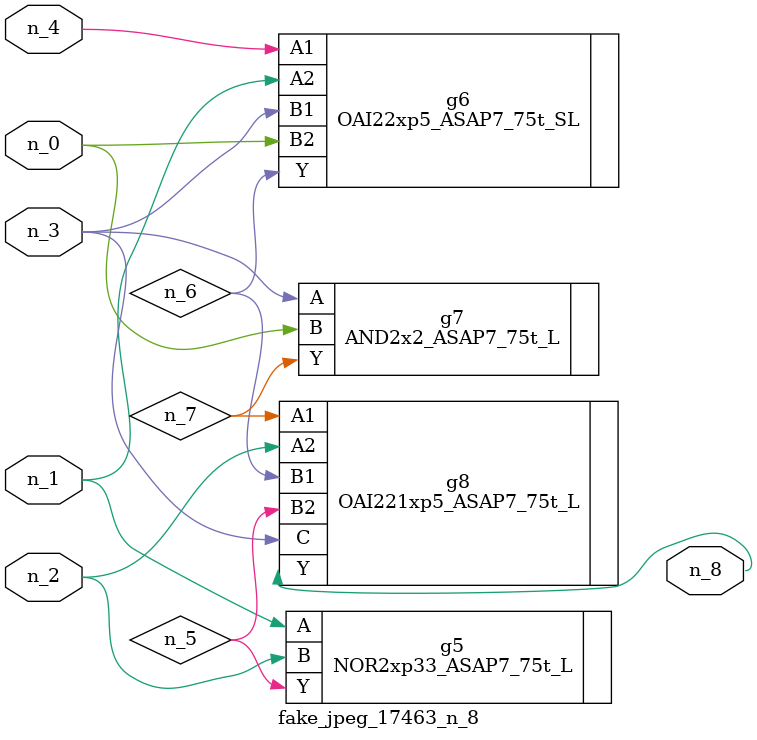
<source format=v>
module fake_jpeg_17463_n_8 (n_3, n_2, n_1, n_0, n_4, n_8);

input n_3;
input n_2;
input n_1;
input n_0;
input n_4;

output n_8;

wire n_6;
wire n_5;
wire n_7;

NOR2xp33_ASAP7_75t_L g5 ( 
.A(n_1),
.B(n_2),
.Y(n_5)
);

OAI22xp5_ASAP7_75t_SL g6 ( 
.A1(n_4),
.A2(n_1),
.B1(n_3),
.B2(n_0),
.Y(n_6)
);

AND2x2_ASAP7_75t_L g7 ( 
.A(n_3),
.B(n_0),
.Y(n_7)
);

OAI221xp5_ASAP7_75t_L g8 ( 
.A1(n_7),
.A2(n_2),
.B1(n_6),
.B2(n_5),
.C(n_3),
.Y(n_8)
);


endmodule
</source>
